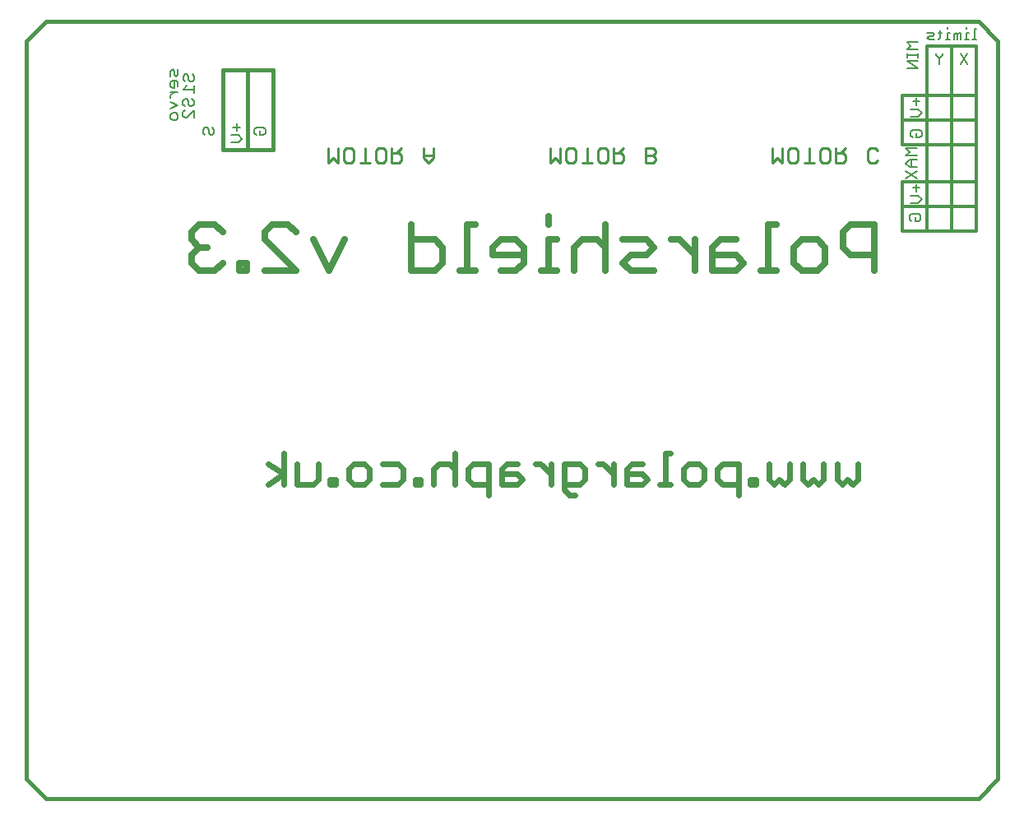
<source format=gbo>
G75*
%MOIN*%
%OFA0B0*%
%FSLAX25Y25*%
%IPPOS*%
%LPD*%
%AMOC8*
5,1,8,0,0,1.08239X$1,22.5*
%
%ADD10C,0.01600*%
%ADD11C,0.02600*%
%ADD12C,0.02300*%
%ADD13C,0.00600*%
%ADD14C,0.01000*%
%ADD15C,0.01200*%
D10*
X0016500Y0009674D02*
X0024374Y0001800D01*
X0402327Y0001800D01*
X0410201Y0009674D01*
X0410201Y0308887D01*
X0402327Y0316761D01*
X0024374Y0316761D01*
X0016500Y0308887D01*
X0016500Y0308800D02*
X0016500Y0009800D01*
X0096264Y0264717D02*
X0096264Y0297245D01*
X0106106Y0297245D01*
X0116555Y0297245D01*
X0116555Y0264717D01*
X0106106Y0264717D01*
X0096264Y0264717D01*
X0106106Y0264717D02*
X0106106Y0297245D01*
D11*
X0116289Y0234563D02*
X0122595Y0234563D01*
X0125748Y0231411D01*
X0132934Y0228258D02*
X0139239Y0215647D01*
X0145544Y0228258D01*
X0125748Y0215647D02*
X0113137Y0228258D01*
X0113137Y0231411D01*
X0116289Y0234563D01*
X0105951Y0218800D02*
X0102798Y0218800D01*
X0102798Y0215647D01*
X0105951Y0215647D01*
X0105951Y0218800D01*
X0113137Y0215647D02*
X0125748Y0215647D01*
X0096052Y0218800D02*
X0092899Y0215647D01*
X0086594Y0215647D01*
X0083441Y0218800D01*
X0083441Y0221953D01*
X0086594Y0225105D01*
X0089747Y0225105D01*
X0086594Y0225105D02*
X0083441Y0228258D01*
X0083441Y0231411D01*
X0086594Y0234563D01*
X0092899Y0234563D01*
X0096052Y0231411D01*
X0172528Y0234563D02*
X0172528Y0215647D01*
X0181986Y0215647D01*
X0185138Y0218800D01*
X0185138Y0225105D01*
X0181986Y0228258D01*
X0172528Y0228258D01*
X0192031Y0215647D02*
X0198336Y0215647D01*
X0195184Y0215647D02*
X0195184Y0234563D01*
X0198336Y0234563D01*
X0205522Y0225105D02*
X0208675Y0228258D01*
X0214980Y0228258D01*
X0218133Y0225105D01*
X0218133Y0218800D01*
X0214980Y0215647D01*
X0208675Y0215647D01*
X0205522Y0221953D02*
X0218133Y0221953D01*
X0225026Y0215647D02*
X0231331Y0215647D01*
X0228178Y0215647D02*
X0228178Y0228258D01*
X0231331Y0228258D01*
X0228178Y0234563D02*
X0228178Y0237716D01*
X0238517Y0225105D02*
X0241670Y0228258D01*
X0247975Y0228258D01*
X0251128Y0225105D01*
X0258314Y0228258D02*
X0267772Y0228258D01*
X0270925Y0225105D01*
X0267772Y0221953D01*
X0261467Y0221953D01*
X0258314Y0218800D01*
X0261467Y0215647D01*
X0270925Y0215647D01*
X0277964Y0228258D02*
X0281117Y0228258D01*
X0287422Y0221953D01*
X0287422Y0228258D02*
X0287422Y0215647D01*
X0294608Y0215647D02*
X0304067Y0215647D01*
X0307219Y0218800D01*
X0304067Y0221953D01*
X0294608Y0221953D01*
X0294608Y0225105D02*
X0294608Y0215647D01*
X0294608Y0225105D02*
X0297761Y0228258D01*
X0304067Y0228258D01*
X0317265Y0234563D02*
X0317265Y0215647D01*
X0320417Y0215647D02*
X0314112Y0215647D01*
X0327603Y0218800D02*
X0327603Y0225105D01*
X0330756Y0228258D01*
X0337061Y0228258D01*
X0340214Y0225105D01*
X0340214Y0218800D01*
X0337061Y0215647D01*
X0330756Y0215647D01*
X0327603Y0218800D01*
X0320417Y0234563D02*
X0317265Y0234563D01*
X0347400Y0231411D02*
X0347400Y0225105D01*
X0350553Y0221953D01*
X0360011Y0221953D01*
X0360011Y0215647D02*
X0360011Y0234563D01*
X0350553Y0234563D01*
X0347400Y0231411D01*
X0251128Y0234563D02*
X0251128Y0215647D01*
X0238517Y0215647D02*
X0238517Y0225105D01*
X0205522Y0225105D02*
X0205522Y0221953D01*
D12*
X0190021Y0141803D02*
X0190021Y0129092D01*
X0195359Y0131210D02*
X0197477Y0129092D01*
X0203832Y0129092D01*
X0203832Y0124855D02*
X0203832Y0137566D01*
X0197477Y0137566D01*
X0195359Y0135447D01*
X0195359Y0131210D01*
X0190021Y0135447D02*
X0187902Y0137566D01*
X0183665Y0137566D01*
X0181547Y0135447D01*
X0181547Y0129092D01*
X0176209Y0129092D02*
X0176209Y0131210D01*
X0174090Y0131210D01*
X0174090Y0129092D01*
X0176209Y0129092D01*
X0169303Y0131210D02*
X0169303Y0135447D01*
X0167184Y0137566D01*
X0160829Y0137566D01*
X0155491Y0135447D02*
X0155491Y0131210D01*
X0153373Y0129092D01*
X0149136Y0129092D01*
X0147017Y0131210D01*
X0147017Y0135447D01*
X0149136Y0137566D01*
X0153373Y0137566D01*
X0155491Y0135447D01*
X0160829Y0129092D02*
X0167184Y0129092D01*
X0169303Y0131210D01*
X0141679Y0131210D02*
X0141679Y0129092D01*
X0139561Y0129092D01*
X0139561Y0131210D01*
X0141679Y0131210D01*
X0134773Y0131210D02*
X0132655Y0129092D01*
X0126300Y0129092D01*
X0126300Y0137566D01*
X0120962Y0141803D02*
X0120962Y0129092D01*
X0120962Y0133329D02*
X0114606Y0137566D01*
X0120962Y0133329D02*
X0114606Y0129092D01*
X0134773Y0131210D02*
X0134773Y0137566D01*
X0209170Y0135447D02*
X0209170Y0129092D01*
X0215526Y0129092D01*
X0217644Y0131210D01*
X0215526Y0133329D01*
X0209170Y0133329D01*
X0209170Y0135447D02*
X0211289Y0137566D01*
X0215526Y0137566D01*
X0222799Y0137566D02*
X0224917Y0137566D01*
X0229154Y0133329D01*
X0229154Y0129092D02*
X0229154Y0137566D01*
X0234492Y0137566D02*
X0240847Y0137566D01*
X0242966Y0135447D01*
X0242966Y0131210D01*
X0240847Y0129092D01*
X0234492Y0129092D01*
X0234492Y0126973D02*
X0234492Y0137566D01*
X0248120Y0137566D02*
X0250239Y0137566D01*
X0254476Y0133329D01*
X0254476Y0129092D02*
X0254476Y0137566D01*
X0259814Y0135447D02*
X0259814Y0129092D01*
X0266169Y0129092D01*
X0268287Y0131210D01*
X0266169Y0133329D01*
X0259814Y0133329D01*
X0259814Y0135447D02*
X0261932Y0137566D01*
X0266169Y0137566D01*
X0275377Y0141803D02*
X0275377Y0129092D01*
X0277495Y0129092D02*
X0273258Y0129092D01*
X0282833Y0131210D02*
X0282833Y0135447D01*
X0284952Y0137566D01*
X0289189Y0137566D01*
X0291307Y0135447D01*
X0291307Y0131210D01*
X0289189Y0129092D01*
X0284952Y0129092D01*
X0282833Y0131210D01*
X0277495Y0141803D02*
X0275377Y0141803D01*
X0296645Y0135447D02*
X0296645Y0131210D01*
X0298764Y0129092D01*
X0305119Y0129092D01*
X0305119Y0124855D02*
X0305119Y0137566D01*
X0298764Y0137566D01*
X0296645Y0135447D01*
X0309906Y0131210D02*
X0309906Y0129092D01*
X0312025Y0129092D01*
X0312025Y0131210D01*
X0309906Y0131210D01*
X0317363Y0131210D02*
X0317363Y0137566D01*
X0317363Y0131210D02*
X0319481Y0129092D01*
X0321600Y0131210D01*
X0323718Y0129092D01*
X0325837Y0131210D01*
X0325837Y0137566D01*
X0331175Y0137566D02*
X0331175Y0131210D01*
X0333293Y0129092D01*
X0335411Y0131210D01*
X0337530Y0129092D01*
X0339648Y0131210D01*
X0339648Y0137566D01*
X0344986Y0137566D02*
X0344986Y0131210D01*
X0347105Y0129092D01*
X0349223Y0131210D01*
X0351342Y0129092D01*
X0353460Y0131210D01*
X0353460Y0137566D01*
X0238729Y0124855D02*
X0236610Y0124855D01*
X0234492Y0126973D01*
D13*
X0374450Y0236574D02*
X0374450Y0238042D01*
X0375184Y0238776D01*
X0378120Y0238776D01*
X0378854Y0238042D01*
X0378854Y0236574D01*
X0378120Y0235840D01*
X0376652Y0235840D01*
X0376652Y0237308D01*
X0375184Y0235840D02*
X0374450Y0236574D01*
X0374950Y0243236D02*
X0377886Y0243236D01*
X0379354Y0244704D01*
X0377886Y0246172D01*
X0374950Y0246172D01*
X0377152Y0247840D02*
X0377152Y0250776D01*
X0375684Y0249308D02*
X0378620Y0249308D01*
X0377354Y0253132D02*
X0372950Y0256068D01*
X0374418Y0257736D02*
X0377354Y0257736D01*
X0377354Y0256068D02*
X0372950Y0253132D01*
X0374418Y0257736D02*
X0372950Y0259204D01*
X0374418Y0260672D01*
X0377354Y0260672D01*
X0377354Y0262340D02*
X0372950Y0262340D01*
X0374418Y0263808D01*
X0372950Y0265276D01*
X0377354Y0265276D01*
X0377152Y0269840D02*
X0377152Y0271308D01*
X0377152Y0269840D02*
X0378620Y0269840D01*
X0379354Y0270574D01*
X0379354Y0272042D01*
X0378620Y0272776D01*
X0375684Y0272776D01*
X0374950Y0272042D01*
X0374950Y0270574D01*
X0375684Y0269840D01*
X0374950Y0278236D02*
X0377886Y0278236D01*
X0379354Y0279704D01*
X0377886Y0281172D01*
X0374950Y0281172D01*
X0377152Y0282840D02*
X0377152Y0285776D01*
X0375684Y0284308D02*
X0378620Y0284308D01*
X0377854Y0297667D02*
X0373450Y0297667D01*
X0373450Y0300602D02*
X0377854Y0297667D01*
X0377854Y0300602D02*
X0373450Y0300602D01*
X0373450Y0302204D02*
X0373450Y0303672D01*
X0373450Y0302938D02*
X0377854Y0302938D01*
X0377854Y0303672D02*
X0377854Y0302204D01*
X0377854Y0305340D02*
X0373450Y0305340D01*
X0374918Y0306808D01*
X0373450Y0308276D01*
X0377854Y0308276D01*
X0381608Y0309988D02*
X0382341Y0310721D01*
X0383809Y0310721D01*
X0384543Y0311455D01*
X0383809Y0312189D01*
X0381608Y0312189D01*
X0381608Y0309988D02*
X0382341Y0309254D01*
X0384543Y0309254D01*
X0386145Y0309254D02*
X0386879Y0309988D01*
X0386879Y0312923D01*
X0387613Y0312189D02*
X0386145Y0312189D01*
X0389948Y0312189D02*
X0389948Y0309254D01*
X0390682Y0309254D02*
X0389214Y0309254D01*
X0389948Y0312189D02*
X0390682Y0312189D01*
X0389948Y0313657D02*
X0389948Y0314391D01*
X0392350Y0311455D02*
X0392350Y0309254D01*
X0393818Y0309254D02*
X0393818Y0311455D01*
X0393084Y0312189D01*
X0392350Y0311455D01*
X0393818Y0311455D02*
X0394552Y0312189D01*
X0395286Y0312189D01*
X0395286Y0309254D01*
X0396887Y0309254D02*
X0398355Y0309254D01*
X0397621Y0309254D02*
X0397621Y0312189D01*
X0398355Y0312189D01*
X0397621Y0313657D02*
X0397621Y0314391D01*
X0400690Y0313657D02*
X0400690Y0309254D01*
X0401424Y0309254D02*
X0399956Y0309254D01*
X0400690Y0313657D02*
X0401424Y0313657D01*
X0397976Y0303850D02*
X0395040Y0299446D01*
X0397976Y0299446D02*
X0395040Y0303850D01*
X0387976Y0303850D02*
X0387976Y0303116D01*
X0386508Y0301648D01*
X0386508Y0299446D01*
X0386508Y0301648D02*
X0385040Y0303116D01*
X0385040Y0303850D01*
X0375152Y0260672D02*
X0375152Y0257736D01*
X0113354Y0271574D02*
X0112620Y0270840D01*
X0111152Y0270840D01*
X0111152Y0272308D01*
X0112620Y0273776D02*
X0113354Y0273042D01*
X0113354Y0271574D01*
X0112620Y0273776D02*
X0109684Y0273776D01*
X0108950Y0273042D01*
X0108950Y0271574D01*
X0109684Y0270840D01*
X0103854Y0269204D02*
X0102386Y0267736D01*
X0099450Y0267736D01*
X0099450Y0270672D02*
X0102386Y0270672D01*
X0103854Y0269204D01*
X0101652Y0272340D02*
X0101652Y0275276D01*
X0100184Y0273808D02*
X0103120Y0273808D01*
X0092590Y0272908D02*
X0092590Y0271440D01*
X0091856Y0270706D01*
X0091122Y0270706D01*
X0090388Y0271440D01*
X0090388Y0272908D01*
X0089654Y0273642D01*
X0088920Y0273642D01*
X0088186Y0272908D01*
X0088186Y0271440D01*
X0088920Y0270706D01*
X0091856Y0273642D02*
X0092590Y0272908D01*
X0084354Y0277736D02*
X0084354Y0280672D01*
X0081418Y0277736D01*
X0080684Y0277736D01*
X0079950Y0278470D01*
X0079950Y0279938D01*
X0080684Y0280672D01*
X0080684Y0282340D02*
X0079950Y0283074D01*
X0079950Y0284542D01*
X0080684Y0285276D01*
X0081418Y0285276D01*
X0082152Y0284542D01*
X0082152Y0283074D01*
X0082886Y0282340D01*
X0083620Y0282340D01*
X0084354Y0283074D01*
X0084354Y0284542D01*
X0083620Y0285276D01*
X0084405Y0287736D02*
X0084405Y0290672D01*
X0084405Y0289204D02*
X0080001Y0289204D01*
X0081469Y0290672D01*
X0080735Y0292340D02*
X0080001Y0293074D01*
X0080001Y0294542D01*
X0080735Y0295276D01*
X0081469Y0295276D01*
X0082203Y0294542D01*
X0082203Y0293074D01*
X0082937Y0292340D01*
X0083671Y0292340D01*
X0084405Y0293074D01*
X0084405Y0294542D01*
X0083671Y0295276D01*
X0077854Y0295074D02*
X0077120Y0294340D01*
X0076386Y0295074D01*
X0076386Y0296542D01*
X0075652Y0297276D01*
X0074918Y0296542D01*
X0074918Y0294340D01*
X0075652Y0292672D02*
X0074918Y0291938D01*
X0074918Y0290470D01*
X0075652Y0289736D01*
X0076386Y0289736D01*
X0076386Y0292672D01*
X0077120Y0292672D02*
X0075652Y0292672D01*
X0077120Y0292672D02*
X0077854Y0291938D01*
X0077854Y0290470D01*
X0077854Y0288068D02*
X0074918Y0288068D01*
X0076386Y0288068D02*
X0074918Y0286600D01*
X0074918Y0285866D01*
X0074918Y0284231D02*
X0077854Y0282763D01*
X0074918Y0281295D01*
X0075652Y0279627D02*
X0074918Y0278893D01*
X0074918Y0277425D01*
X0075652Y0276691D01*
X0077120Y0276691D01*
X0077854Y0277425D01*
X0077854Y0278893D01*
X0077120Y0279627D01*
X0075652Y0279627D01*
X0077854Y0295074D02*
X0077854Y0297276D01*
D14*
X0138795Y0265528D02*
X0138795Y0259523D01*
X0140797Y0261525D01*
X0142799Y0259523D01*
X0142799Y0265528D01*
X0145241Y0264527D02*
X0146242Y0265528D01*
X0148243Y0265528D01*
X0149244Y0264527D01*
X0149244Y0260524D01*
X0148243Y0259523D01*
X0146242Y0259523D01*
X0145241Y0260524D01*
X0145241Y0264527D01*
X0151686Y0259523D02*
X0155690Y0259523D01*
X0153688Y0259523D02*
X0153688Y0265528D01*
X0158132Y0264527D02*
X0159133Y0265528D01*
X0161134Y0265528D01*
X0162135Y0264527D01*
X0162135Y0260524D01*
X0161134Y0259523D01*
X0159133Y0259523D01*
X0158132Y0260524D01*
X0158132Y0264527D01*
X0164577Y0263527D02*
X0167580Y0263527D01*
X0168581Y0262526D01*
X0168581Y0260524D01*
X0167580Y0259523D01*
X0164577Y0259523D01*
X0164577Y0265528D01*
X0166579Y0263527D02*
X0168581Y0265528D01*
X0177468Y0265528D02*
X0177468Y0261525D01*
X0179470Y0259523D01*
X0181472Y0261525D01*
X0181472Y0265528D01*
X0181472Y0262526D02*
X0177468Y0262526D01*
X0228795Y0265528D02*
X0228795Y0259523D01*
X0230797Y0261525D01*
X0232799Y0259523D01*
X0232799Y0265528D01*
X0235241Y0264527D02*
X0236242Y0265528D01*
X0238243Y0265528D01*
X0239244Y0264527D01*
X0239244Y0260524D01*
X0238243Y0259523D01*
X0236242Y0259523D01*
X0235241Y0260524D01*
X0235241Y0264527D01*
X0241686Y0259523D02*
X0245690Y0259523D01*
X0243688Y0259523D02*
X0243688Y0265528D01*
X0248132Y0264527D02*
X0249133Y0265528D01*
X0251134Y0265528D01*
X0252135Y0264527D01*
X0252135Y0260524D01*
X0251134Y0259523D01*
X0249133Y0259523D01*
X0248132Y0260524D01*
X0248132Y0264527D01*
X0254577Y0263527D02*
X0257580Y0263527D01*
X0258581Y0262526D01*
X0258581Y0260524D01*
X0257580Y0259523D01*
X0254577Y0259523D01*
X0254577Y0265528D01*
X0256579Y0263527D02*
X0258581Y0265528D01*
X0267468Y0265528D02*
X0267468Y0259523D01*
X0270471Y0259523D01*
X0271472Y0260524D01*
X0271472Y0261525D01*
X0270471Y0262526D01*
X0267468Y0262526D01*
X0267468Y0265528D02*
X0270471Y0265528D01*
X0271472Y0264527D01*
X0271472Y0263527D01*
X0270471Y0262526D01*
X0318795Y0265528D02*
X0318795Y0259523D01*
X0320797Y0261525D01*
X0322799Y0259523D01*
X0322799Y0265528D01*
X0325241Y0264527D02*
X0326242Y0265528D01*
X0328243Y0265528D01*
X0329244Y0264527D01*
X0329244Y0260524D01*
X0328243Y0259523D01*
X0326242Y0259523D01*
X0325241Y0260524D01*
X0325241Y0264527D01*
X0331686Y0259523D02*
X0335690Y0259523D01*
X0333688Y0259523D02*
X0333688Y0265528D01*
X0338132Y0264527D02*
X0339133Y0265528D01*
X0341134Y0265528D01*
X0342135Y0264527D01*
X0342135Y0260524D01*
X0341134Y0259523D01*
X0339133Y0259523D01*
X0338132Y0260524D01*
X0338132Y0264527D01*
X0344577Y0263527D02*
X0347580Y0263527D01*
X0348581Y0262526D01*
X0348581Y0260524D01*
X0347580Y0259523D01*
X0344577Y0259523D01*
X0344577Y0265528D01*
X0346579Y0263527D02*
X0348581Y0265528D01*
X0357468Y0264527D02*
X0357468Y0260524D01*
X0358469Y0259523D01*
X0360471Y0259523D01*
X0361472Y0260524D01*
X0361472Y0264527D02*
X0360471Y0265528D01*
X0358469Y0265528D01*
X0357468Y0264527D01*
D15*
X0371500Y0266800D02*
X0371500Y0276800D01*
X0371500Y0286800D01*
X0401500Y0286800D01*
X0401500Y0276800D01*
X0401500Y0266800D01*
X0371500Y0266800D01*
X0371500Y0276800D02*
X0401500Y0276800D01*
X0401500Y0251800D02*
X0371500Y0251800D01*
X0371500Y0241800D01*
X0371500Y0231800D01*
X0381500Y0231800D01*
X0381500Y0306800D01*
X0391500Y0306800D01*
X0401500Y0306800D01*
X0401500Y0251800D01*
X0401500Y0241800D01*
X0371500Y0241800D01*
X0381500Y0231800D02*
X0391500Y0231800D01*
X0401500Y0231800D01*
X0401500Y0241800D01*
X0391500Y0231800D02*
X0391500Y0306800D01*
M02*

</source>
